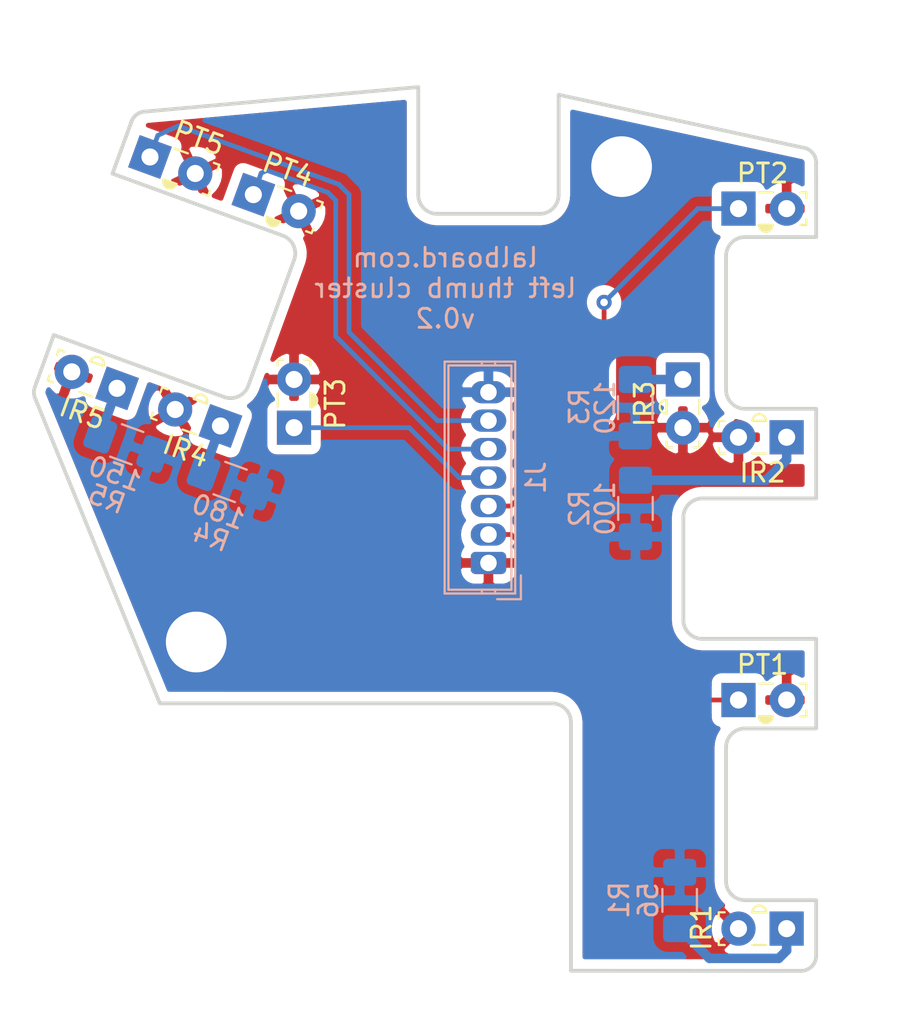
<source format=kicad_pcb>
(kicad_pcb (version 20211014) (generator pcbnew)
  (layers (0 "F.Cu" signal) (31 "B.Cu" signal) (34 "B.Paste" user) (35 "F.Paste" user) (36 "B.SilkS" user "B.Silkscreen") (37 "F.SilkS" user "F.Silkscreen") (38 "B.Mask" user) (39 "F.Mask" user) (44 "Edge.Cuts" user))
  (net 0 "")
  (net 1 "Net-(IR1-Pad1)")
  (net 2 "+5V")
  (net 3 "Net-(IR2-Pad1)")
  (net 4 "Net-(IR3-Pad1)")
  (net 5 "Net-(IR4-Pad1)")
  (net 6 "Net-(IR5-Pad1)")
  (net 7 "GND")
  (net 8 "C5")
  (net 9 "C3")
  (net 10 "C4")
  (net 11 "C2")
  (net 12 "C1")
  (footprint "lalboard:PT908-7C-F" (layer "F.Cu") (at 170.429998 68.524999)
    (fp_text reference "PT2" (at 1.27 -1.86) (layer "F.SilkS"))
    (fp_text value "PT908-7B-F")
    (fp_line (start 3.27 0.861) (end 3.58 0.861) (layer "F.SilkS") (width 0.12))
    (fp_line (start 3.27 -0.861) (end 3.58 -0.861) (layer "F.SilkS") (width 0.12))
    (fp_line (start 1.08 0.861) (end 1.8 0.861) (layer "F.SilkS") (width 0.12))
    (fp_line (start 3.58 -0.861) (end 3.58 -0.555) (layer "F.SilkS") (width 0.12))
    (fp_line (start 3.58 0.555) (end 3.58 0.861) (layer "F.SilkS") (width 0.12))
    (fp_line (start 1.08 0.861) (end 1.811 0.861) (layer "F.SilkS") (width 0.12))
    (fp_line (start 1.08 -0.861) (end 1.811 -0.861) (layer "F.SilkS") (width 0.12))
    (fp_arc (start 1.8 0.861) (mid 1.44 1.221) (end 1.08 0.861) (layer "F.SilkS") (width 0.12))
    (fp_poly (pts (xy 1.57 1.121) (xy 1.28 1.121) (xy 1.16 0.931) (xy 1.16 0.921) (xy 1.73 0.921)) (layer "F.SilkS") (width 0.1) (fill solid))
    (pad "1" thru_hole rect locked (at 0 0) (size 1.8 1.8) (drill 0.9) (layers *.Cu *.Mask) (net 11 "C2"))
    (pad "2" thru_hole circle locked (at 2.54 0 45) (size 1.8 1.8) (drill 0.9) (layers *.Cu *.Mask) (net 2 "+5V"))
  )
  (footprint "lalboard:IR908-7C-F" (layer "F.Cu") (at 172.969999 106.472918 180)
    (fp_text reference "IR1" (at 4.49165 0.058388 90) (layer "F.SilkS"))
    (fp_text value "IR908-7C-F")
    (fp_line (start 1.08 -0.861) (end 1.811 -0.861) (layer "F.SilkS") (width 0.12))
    (fp_line (start 3.27 -0.861) (end 3.58 -0.861) (layer "F.SilkS") (width 0.12))
    (fp_line (start 3.27 0.861) (end 3.58 0.861) (layer "F.SilkS") (width 0.12))
    (fp_line (start 3.58 -0.861) (end 3.58 -0.555) (layer "F.SilkS") (width 0.12))
    (fp_line (start 1.08 0.861) (end 1.811 0.861) (layer "F.SilkS") (width 0.12))
    (fp_line (start 1.08 0.861) (end 1.8 0.861) (layer "F.SilkS") (width 0.12))
    (fp_line (start 3.58 0.555) (end 3.58 0.861) (layer "F.SilkS") (width 0.12))
    (fp_arc (start 1.8 0.861) (mid 1.44 1.221) (end 1.08 0.861) (layer "F.SilkS") (width 0.12))
    (pad "1" thru_hole rect locked (at 0 0 180) (size 1.8 1.8) (drill 0.9) (layers *.Cu *.Mask) (net 1 "Net-(IR1-Pad1)"))
    (pad "2" thru_hole circle locked (at 2.54 0 180) (size 1.8 1.8) (drill 0.9) (layers *.Cu *.Mask) (net 2 "+5V"))
  )
  (footprint "lalboard:IR908-7C-F" (layer "F.Cu") (at 167.499999 77.53 -90)
    (fp_text reference "IR3" (at 1.28453 2.02165 90) (layer "F.SilkS"))
    (fp_text value "IR908-7C-F")
    (fp_line (start 1.08 0.861) (end 1.8 0.861) (layer "F.SilkS") (width 0.12))
    (fp_line (start 3.58 0.555) (end 3.58 0.861) (layer "F.SilkS") (width 0.12))
    (fp_line (start 3.27 -0.861) (end 3.58 -0.861) (layer "F.SilkS") (width 0.12))
    (fp_line (start 1.08 0.861) (end 1.811 0.861) (layer "F.SilkS") (width 0.12))
    (fp_line (start 3.27 0.861) (end 3.58 0.861) (layer "F.SilkS") (width 0.12))
    (fp_line (start 3.58 -0.861) (end 3.58 -0.555) (layer "F.SilkS") (width 0.12))
    (fp_line (start 1.08 -0.861) (end 1.811 -0.861) (layer "F.SilkS") (width 0.12))
    (fp_arc (start 1.8 0.861) (mid 1.44 1.221) (end 1.08 0.861) (layer "F.SilkS") (width 0.12))
    (pad "1" thru_hole rect locked (at 0 0 270) (size 1.8 1.8) (drill 0.9) (layers *.Cu *.Mask) (net 4 "Net-(IR3-Pad1)"))
    (pad "2" thru_hole circle locked (at 2.54 0 315) (size 1.8 1.8) (drill 0.9) (layers *.Cu *.Mask) (net 2 "+5V"))
  )
  (footprint "lalboard:IR908-7C-F" (layer "F.Cu") (at 172.969999 80.574999 180)
    (fp_text reference "IR2" (at 1.27 -1.86) (layer "F.SilkS"))
    (fp_text value "IR908-7C-F")
    (fp_line (start 1.08 0.861) (end 1.811 0.861) (layer "F.SilkS") (width 0.12))
    (fp_line (start 3.27 -0.861) (end 3.58 -0.861) (layer "F.SilkS") (width 0.12))
    (fp_line (start 1.08 -0.861) (end 1.811 -0.861) (layer "F.SilkS") (width 0.12))
    (fp_line (start 1.08 0.861) (end 1.8 0.861) (layer "F.SilkS") (width 0.12))
    (fp_line (start 3.58 0.555) (end 3.58 0.861) (layer "F.SilkS") (width 0.12))
    (fp_line (start 3.58 -0.861) (end 3.58 -0.555) (layer "F.SilkS") (width 0.12))
    (fp_line (start 3.27 0.861) (end 3.58 0.861) (layer "F.SilkS") (width 0.12))
    (fp_arc (start 1.8 0.861) (mid 1.44 1.221) (end 1.08 0.861) (layer "F.SilkS") (width 0.12))
    (pad "1" thru_hole rect locked (at 0 0 180) (size 1.8 1.8) (drill 0.9) (layers *.Cu *.Mask) (net 3 "Net-(IR2-Pad1)"))
    (pad "2" thru_hole circle locked (at 2.54 0 225) (size 1.8 1.8) (drill 0.9) (layers *.Cu *.Mask) (net 2 "+5V"))
  )
  (footprint "MountingHole:MountingHole_3.2mm_M3_Pad" (layer "F.Cu") (at 164.268872 66.312121 180)
    (fp_text reference "H2" hide)
    (fp_text value "MountingHole_Pad")
    (pad "1" thru_hole circle locked (at 0 0 180) (size 4.5 4.5) (drill 3.2) (layers *.Cu *.Mask) (net 7 "GND"))
  )
  (footprint "lalboard:PT908-7C-F" (layer "F.Cu") (at 170.429999 94.422918)
    (fp_text reference "PT1" (at 1.27 -1.86) (layer "F.SilkS"))
    (fp_text value "PT908-7B-F")
    (fp_line (start 1.08 0.861) (end 1.811 0.861) (layer "F.SilkS") (width 0.12))
    (fp_line (start 3.27 0.861) (end 3.58 0.861) (layer "F.SilkS") (width 0.12))
    (fp_line (start 1.08 -0.861) (end 1.811 -0.861) (layer "F.SilkS") (width 0.12))
    (fp_line (start 3.58 0.555) (end 3.58 0.861) (layer "F.SilkS") (width 0.12))
    (fp_line (start 1.08 0.861) (end 1.8 0.861) (layer "F.SilkS") (width 0.12))
    (fp_line (start 3.58 -0.861) (end 3.58 -0.555) (layer "F.SilkS") (width 0.12))
    (fp_line (start 3.27 -0.861) (end 3.58 -0.861) (layer "F.SilkS") (width 0.12))
    (fp_arc (start 1.8 0.861) (mid 1.44 1.221) (end 1.08 0.861) (layer "F.SilkS") (width 0.12))
    (fp_poly (pts (xy 1.57 1.121) (xy 1.28 1.121) (xy 1.16 0.931) (xy 1.16 0.921) (xy 1.73 0.921)) (layer "F.SilkS") (width 0.1) (fill solid))
    (pad "1" thru_hole rect locked (at 0 0) (size 1.8 1.8) (drill 0.9) (layers *.Cu *.Mask) (net 12 "C1"))
    (pad "2" thru_hole circle locked (at 2.54 0 45) (size 1.8 1.8) (drill 0.9) (layers *.Cu *.Mask) (net 2 "+5V"))
  )
  (footprint "lalboard:IR908-7C-F" (layer "F.Cu") (at 137.671304 77.995929 160)
    (fp_text reference "IR5" (at 1.27 -1.86 160) (layer "F.SilkS"))
    (fp_text value "IR908-7C-F")
    (fp_line (start 3.58 -0.861) (end 3.58 -0.555) (layer "F.SilkS") (width 0.12))
    (fp_line (start 3.27 -0.861) (end 3.58 -0.861) (layer "F.SilkS") (width 0.12))
    (fp_line (start 3.58 0.555) (end 3.58 0.861) (layer "F.SilkS") (width 0.12))
    (fp_line (start 1.08 -0.861) (end 1.811 -0.861) (layer "F.SilkS") (width 0.12))
    (fp_line (start 1.08 0.861) (end 1.8 0.861) (layer "F.SilkS") (width 0.12))
    (fp_line (start 3.27 0.861) (end 3.58 0.861) (layer "F.SilkS") (width 0.12))
    (fp_line (start 1.08 0.861) (end 1.811 0.861) (layer "F.SilkS") (width 0.12))
    (fp_arc (start 1.8 0.861) (mid 1.44 1.221) (end 1.08 0.861) (layer "F.SilkS") (width 0.12))
    (pad "1" thru_hole rect locked (at 0 0 160) (size 1.8 1.8) (drill 0.9) (layers *.Cu *.Mask) (net 6 "Net-(IR5-Pad1)"))
    (pad "2" thru_hole circle locked (at 2.54 0 205) (size 1.8 1.8) (drill 0.9) (layers *.Cu *.Mask) (net 2 "+5V"))
  )
  (footprint "lalboard:PT908-7C-F" (layer "F.Cu") (at 139.405827 65.8039 -20)
    (fp_text reference "PT5" (at 2.078995 -1.809558 160) (layer "F.SilkS"))
    (fp_text value "PT908-7B-F")
    (fp_line (start 1.08 -0.861) (end 1.811 -0.861) (layer "F.SilkS") (width 0.12))
    (fp_line (start 1.08 0.861) (end 1.8 0.861) (layer "F.SilkS") (width 0.12))
    (fp_line (start 3.27 -0.861) (end 3.58 -0.861) (layer "F.SilkS") (width 0.12))
    (fp_line (start 1.08 0.861) (end 1.811 0.861) (layer "F.SilkS") (width 0.12))
    (fp_line (start 3.27 0.861) (end 3.58 0.861) (layer "F.SilkS") (width 0.12))
    (fp_line (start 3.58 -0.861) (end 3.58 -0.555) (layer "F.SilkS") (width 0.12))
    (fp_line (start 3.58 0.555) (end 3.58 0.861) (layer "F.SilkS") (width 0.12))
    (fp_arc (start 1.8 0.861) (mid 1.44 1.221) (end 1.08 0.861) (layer "F.SilkS") (width 0.12))
    (fp_poly (pts (xy 1.57 1.121) (xy 1.28 1.121) (xy 1.16 0.931) (xy 1.16 0.921) (xy 1.73 0.921)) (layer "F.SilkS") (width 0.1) (fill solid))
    (pad "1" thru_hole rect locked (at 0 0 340) (size 1.8 1.8) (drill 0.9) (layers *.Cu *.Mask) (net 8 "C5"))
    (pad "2" thru_hole circle locked (at 2.54 0 340) (size 1.8 1.8) (drill 0.9) (layers *.Cu *.Mask) (net 2 "+5V"))
  )
  (footprint "lalboard:PT908-7C-F" (layer "F.Cu") (at 144.856046 67.787618 -20)
    (fp_text reference "PT4" (at 1.27 -1.86 160) (layer "F.SilkS"))
    (fp_text value "PT908-7B-F")
    (fp_line (start 3.27 -0.861) (end 3.58 -0.861) (layer "F.SilkS") (width 0.12))
    (fp_line (start 1.08 -0.861) (end 1.811 -0.861) (layer "F.SilkS") (width 0.12))
    (fp_line (start 1.08 0.861) (end 1.811 0.861) (layer "F.SilkS") (width 0.12))
    (fp_line (start 3.58 0.555) (end 3.58 0.861) (layer "F.SilkS") (width 0.12))
    (fp_line (start 1.08 0.861) (end 1.8 0.861) (layer "F.SilkS") (width 0.12))
    (fp_line (start 3.27 0.861) (end 3.58 0.861) (layer "F.SilkS") (width 0.12))
    (fp_line (start 3.58 -0.861) (end 3.58 -0.555) (layer "F.SilkS") (width 0.12))
    (fp_arc (start 1.8 0.861) (mid 1.44 1.221) (end 1.08 0.861) (layer "F.SilkS") (width 0.12))
    (fp_poly (pts (xy 1.57 1.121) (xy 1.28 1.121) (xy 1.16 0.931) (xy 1.16 0.921) (xy 1.73 0.921)) (layer "F.SilkS") (width 0.1) (fill solid))
    (pad "1" thru_hole rect locked (at 0 0 340) (size 1.8 1.8) (drill 0.9) (layers *.Cu *.Mask) (net 10 "C4"))
    (pad "2" thru_hole circle locked (at 2.54 0 340) (size 1.8 1.8) (drill 0.9) (layers *.Cu *.Mask) (net 2 "+5V"))
  )
  (footprint "MountingHole:MountingHole_3.2mm_M3_Pad" (layer "F.Cu") (at 141.845155 91.366078)
    (fp_text reference "H1" hide)
    (fp_text value "MountingHole_Pad")
    (pad "1" thru_hole circle locked (at 0 0) (size 4.5 4.5) (drill 3.2) (layers *.Cu *.Mask) (net 7 "GND"))
  )
  (footprint "lalboard:IR908-7C-F" (layer "F.Cu") (at 143.121521 79.979644 160)
    (fp_text reference "IR4" (at 1.27 -1.86 160) (layer "F.SilkS"))
    (fp_text value "IR908-7C-F")
    (fp_line (start 1.08 0.861) (end 1.811 0.861) (layer "F.SilkS") (width 0.12))
    (fp_line (start 3.58 -0.861) (end 3.58 -0.555) (layer "F.SilkS") (width 0.12))
    (fp_line (start 3.27 0.861) (end 3.58 0.861) (layer "F.SilkS") (width 0.12))
    (fp_line (start 3.27 -0.861) (end 3.58 -0.861) (layer "F.SilkS") (width 0.12))
    (fp_line (start 3.58 0.555) (end 3.58 0.861) (layer "F.SilkS") (width 0.12))
    (fp_line (start 1.08 0.861) (end 1.8 0.861) (layer "F.SilkS") (width 0.12))
    (fp_line (start 1.08 -0.861) (end 1.811 -0.861) (layer "F.SilkS") (width 0.12))
    (fp_arc (start 1.8 0.861) (mid 1.44 1.221) (end 1.08 0.861) (layer "F.SilkS") (width 0.12))
    (pad "1" thru_hole rect locked (at 0 0 160) (size 1.8 1.8) (drill 0.9) (layers *.Cu *.Mask) (net 5 "Net-(IR4-Pad1)"))
    (pad "2" thru_hole circle locked (at 2.54 0 165) (size 1.8 1.8) (drill 0.9) (layers *.Cu *.Mask) (net 2 "+5V"))
  )
  (footprint "lalboard:PT908-7C-F" (layer "F.Cu") (at 147 80.07 90)
    (fp_text reference "PT3" (at 1.25547 2.178349 90) (layer "F.SilkS"))
    (fp_text value "PT908-7B-F")
    (fp_line (start 1.08 0.861) (end 1.811 0.861) (layer "F.SilkS") (width 0.12))
    (fp_line (start 1.08 -0.861) (end 1.811 -0.861) (layer "F.SilkS") (width 0.12))
    (fp_line (start 3.27 0.861) (end 3.58 0.861) (layer "F.SilkS") (width 0.12))
    (fp_line (start 3.58 0.555) (end 3.58 0.861) (layer "F.SilkS") (width 0.12))
    (fp_line (start 3.27 -0.861) (end 3.58 -0.861) (layer "F.SilkS") (width 0.12))
    (fp_line (start 3.58 -0.861) (end 3.58 -0.555) (layer "F.SilkS") (width 0.12))
    (fp_line (start 1.08 0.861) (end 1.8 0.861) (layer "F.SilkS") (width 0.12))
    (fp_arc (start 1.8 0.861) (mid 1.44 1.221) (end 1.08 0.861) (layer "F.SilkS") (width 0.12))
    (fp_poly (pts (xy 1.57 1.121) (xy 1.28 1.121) (xy 1.16 0.931) (xy 1.16 0.921) (xy 1.73 0.921)) (layer "F.SilkS") (width 0.1) (fill solid))
    (pad "1" thru_hole rect locked (at 0 0 90) (size 1.8 1.8) (drill 0.9) (layers *.Cu *.Mask) (net 9 "C3"))
    (pad "2" thru_hole circle locked (at 2.54 0 135) (size 1.8 1.8) (drill 0.9) (layers *.Cu *.Mask) (net 2 "+5V"))
  )
  (footprint "lalboard:JST_ZH_B7B-ZR_1x07_P1.50mm_Vertical" (layer "B.Cu") (at 157.25 87.2 90)
    (fp_text reference "J1" (at 4.5 2.5 90) (layer "B.SilkS") (effects (justify mirror)))
    (fp_text value "Conn_01x07")
    (fp_line (start -1.41 1.21) (end 10.41 1.21) (layer "B.SilkS") (width 0.12))
    (fp_line (start -1.61 1.41) (end -1.61 -2.31) (layer "B.SilkS") (width 0.12))
    (fp_line (start -1.41 -2.11) (end 10.41 -2.11) (layer "B.SilkS") (width 0.12))
    (fp_line (start 10.61 -2.31) (end 10.61 1.41) (layer "B.SilkS") (width 0.12))
    (fp_line (start -1.91 1.71) (end -1.91 0.46) (layer "B.SilkS") (width 0.12))
    (fp_line (start 10.41 -2.11) (end 10.41 -0.35) (layer "B.SilkS") (width 0.12))
    (fp_line (start 10.61 1.41) (end -1.61 1.41) (layer "B.SilkS") (width 0.12))
    (fp_line (start -1.61 -2.31) (end 10.61 -2.31) (layer "B.SilkS") (width 0.12))
    (fp_line (start 10.41 0.35) (end 10.61 0.35) (layer "B.SilkS") (width 0.12))
    (fp_line (start -1.41 0.35) (end -1.41 1.21) (layer "B.SilkS") (width 0.12))
    (fp_line (start 10.41 1.21) (end 10.41 0.35) (layer "B.SilkS") (width 0.12))
    (fp_line (start 10.41 0.35) (end 10.41 -0.35) (layer "B.SilkS") (width 0.12))
    (fp_line (start -1.41 -0.35) (end -1.61 -0.35) (layer "B.SilkS") (width 0.12))
    (fp_line (start -1.61 0.35) (end -1.41 0.35) (layer "B.SilkS") (width 0.12))
    (fp_line (start -1.41 -0.35) (end -1.41 -2.11) (layer "B.SilkS") (width 0.12))
    (fp_line (start 10.41 -0.35) (end 10.61 -0.35) (layer "B.SilkS") (width 0.12))
    (fp_line (start -0.66 1.71) (end -1.91 1.71) (layer "B.SilkS") (width 0.12))
    (fp_line (start -1.41 0.35) (end -1.41 -0.35) (layer "B.SilkS") (width 0.12))
    (pad "1" thru_hole roundrect locked (at 0 0 90) (size 1.17 1.87) (drill 0.87) (layers *.Cu *.Mask) (roundrect_rratio 0.2136752137) (net 2 "+5V"))
    (pad "2" thru_hole oval locked (at 1.5 0 90) (size 1.17 1.87) (drill 0.87) (layers *.Cu *.Mask) (net 12 "C1"))
    (pad "3" thru_hole oval locked (at 3 0 90) (size 1.17 1.87) (drill 0.87) (layers *.Cu *.Mask) (net 11 "C2"))
    (pad "4" thru_hole oval locked (at 4.5 0 90) (size 1.17 1.87) (drill 0.87) (layers *.Cu *.Mask) (net 9 "C3"))
    (pad "5" thru_hole oval locked (at 6 0 90) (size 1.17 1.87) (drill 0.87) (layers *.Cu *.Mask) (net 10 "C4"))
    (pad "6" thru_hole oval locked (at 7.5 0 90) (size 1.17 1.87) (drill 0.87) (layers *.Cu *.Mask) (net 8 "C5"))
    (pad "7" thru_hole oval locked (at 9 0 90) (size 1.17 1.87) (drill 0.87) (layers *.Cu *.Mask) (net 7 "GND"))
  )
  (footprint "Resistor_SMD:R_1206_3216Metric_Pad1.42x1.75mm_HandSolder" (layer "B.Cu") (at 164.988979 79.0175 90)
    (fp_text reference "R3" (at 0.051421 -2.943825 90) (layer "B.SilkS") (effects (justify mirror)))
    (fp_text value "120" (at 0 -1.588979 90) (layer "B.SilkS") (effects (justify mirror)))
    (fp_line (start -0.602064 -0.91) (end 0.602064 -0.91) (layer "B.SilkS") (width 0.12))
    (fp_line (start -0.602064 0.91) (end 0.602064 0.91) (layer "B.SilkS") (width 0.12))
    (pad "1" smd roundrect locked (at -1.4875 0 90) (size 1.425 1.75) (layers "B.Cu" "B.Paste" "B.Mask") (roundrect_rratio 0.1754392982) (net 7 "GND"))
    (pad "2" smd roundrect locked (at 1.4875 0 90) (size 1.425 1.75) (layers "B.Cu" "B.Paste" "B.Mask") (roundrect_rratio 0.1754392982) (net 4 "Net-(IR3-Pad1)"))
  )
  (footprint "Resistor_SMD:R_1206_3216Metric_Pad1.42x1.75mm_HandSolder" (layer "B.Cu") (at 164.999999 84.327098 90)
    (fp_text reference "R2" (at 0 -2.954845 90) (layer "B.SilkS") (effects (justify mirror)))
    (fp_text value "100" (at 0 -1.599999 90) (layer "B.SilkS") (effects (justify mirror)))
    (fp_line (start -0.602064 0.91) (end 0.602064 0.91) (layer "B.SilkS") (width 0.12))
    (fp_line (start -0.602064 -0.91) (end 0.602064 -0.91) (layer "B.SilkS") (width 0.12))
    (pad "1" smd roundrect locked (at -1.4875 0 90) (size 1.425 1.75) (layers "B.Cu" "B.Paste" "B.Mask") (roundrect_rratio 0.1754392982) (net 7 "GND"))
    (pad "2" smd roundrect locked (at 1.4875 0 90) (size 1.425 1.75) (layers "B.Cu" "B.Paste" "B.Mask") (roundrect_rratio 0.1754392982) (net 3 "Net-(IR2-Pad1)"))
  )
  (footprint "Resistor_SMD:R_1206_3216Metric_Pad1.42x1.75mm_HandSolder" (layer "B.Cu") (at 138.179844 80.947884 160)
    (fp_text reference "R5" (at 0 -3.068796 160) (layer "B.SilkS") (effects (justify mirror)))
    (fp_text value "150" (at 0.054082 -1.671412 160) (layer "B.SilkS") (effects (justify mirror)))
    (fp_line (start -0.602064 -0.91) (end 0.602064 -0.91) (layer "B.SilkS") (width 0.12))
    (fp_line (start -0.602064 0.91) (end 0.602064 0.91) (layer "B.SilkS") (width 0.12))
    (pad "1" smd roundrect locked (at -1.4875 0 160) (size 1.425 1.75) (layers "B.Cu" "B.Paste" "B.Mask") (roundrect_rratio 0.1754392982) (net 7 "GND"))
    (pad "2" smd roundrect locked (at 1.4875 0 160) (size 1.425 1.75) (layers "B.Cu" "B.Paste" "B.Mask") (roundrect_rratio 0.1754392982) (net 6 "Net-(IR5-Pad1)"))
  )
  (footprint "Resistor_SMD:R_1206_3216Metric_Pad1.42x1.75mm_HandSolder" (layer "B.Cu") (at 167.33 104.985417 -90)
    (fp_text reference "R1" (at -0.019339 3.184845 90) (layer "B.SilkS") (effects (justify mirror)))
    (fp_text value "56" (at 0 1.651651 90) (layer "B.SilkS") (effects (justify mirror)))
    (fp_line (start -0.602064 -0.91) (end 0.602064 -0.91) (layer "B.SilkS") (width 0.12))
    (fp_line (start -0.602064 0.91) (end 0.602064 0.91) (layer "B.SilkS") (width 0.12))
    (pad "1" smd roundrect locked (at -1.4875 0 270) (size 1.425 1.75) (layers "B.Cu" "B.Paste" "B.Mask") (roundrect_rratio 0.1754392982) (net 7 "GND"))
    (pad "2" smd roundrect locked (at 1.4875 0 270) (size 1.425 1.75) (layers "B.Cu" "B.Paste" "B.Mask") (roundrect_rratio 0.1754392982) (net 1 "Net-(IR1-Pad1)"))
  )
  (footprint "Resistor_SMD:R_1206_3216Metric_Pad1.42x1.75mm_HandSolder" (layer "B.Cu") (at 143.630063 82.9316 160)
    (fp_text reference "R4" (at -0.039434 -3.068797 160) (layer "B.SilkS") (effects (justify mirror)))
    (fp_text value "180" (at 0.048513 -1.686714 160) (layer "B.SilkS") (effects (justify mirror)))
    (fp_line (start -0.602064 0.91) (end 0.602064 0.91) (layer "B.SilkS") (width 0.12))
    (fp_line (start -0.602064 -0.91) (end 0.602064 -0.91) (layer "B.SilkS") (width 0.12))
    (pad "1" smd roundrect locked (at -1.4875 0 160) (size 1.425 1.75) (layers "B.Cu" "B.Paste" "B.Mask") (roundrect_rratio 0.1754392982) (net 7 "GND"))
    (pad "2" smd roundrect locked (at 1.4875 0 160) (size 1.425 1.75) (layers "B.Cu" "B.Paste" "B.Mask") (roundrect_rratio 0.1754392982) (net 5 "Net-(IR4-Pad1)"))
  )
  (gr_arc (start 170.774999 104.972916) (mid 170.067894 104.680023) (end 169.775001 103.972918) (layer "Edge.Cuts") (width 0.2))
  (gr_line (start 174.524999 104.972918) (end 170.775 104.972919) (layer "Edge.Cuts") (width 0.2))
  (gr_line (start 174.525 107.897918) (end 174.524999 104.972918) (layer "Edge.Cuts") (width 0.2))
  (gr_arc (start 174.525001 107.897919) (mid 174.290647 108.463642) (end 173.724892 108.697918) (layer "Edge.Cuts") (width 0.2))
  (gr_arc (start 133.364529 78.550251) (mid 133.288502 78.245204) (end 133.335884 77.934417) (layer "Edge.Cuts") (width 0.2))
  (gr_line (start 134.336293 75.185816) (end 133.335884 77.934417) (layer "Edge.Cuts") (width 0.2))
  (gr_line (start 143.310357 78.452109) (end 134.336293 75.185816) (layer "Edge.Cuts") (width 0.2))
  (gr_arc (start 144.592072 77.854436) (mid 144.074997 78.418724) (end 143.310357 78.452109) (layer "Edge.Cuts") (width 0.2))
  (gr_line (start 174.524999 79.074999) (end 170.775 79.074998) (layer "Edge.Cuts") (width 0.2))
  (gr_arc (start 173.78744 65.30244) (mid 174.337484 65.585353) (end 174.521388 66.175918) (layer "Edge.Cuts") (width 0.2))
  (gr_line (start 174.524999 67.10039) (end 174.521388 66.175918) (layer "Edge.Cuts") (width 0.2))
  (gr_line (start 174.525001 70.024999) (end 174.524999 67.10039) (layer "Edge.Cuts") (width 0.2))
  (gr_line (start 170.774999 70.024999) (end 174.525001 70.024999) (layer "Edge.Cuts") (width 0.2))
  (gr_line (start 168.525 83.798959) (end 174.524999 83.798959) (layer "Edge.Cuts") (width 0.2))
  (gr_arc (start 170.774998 79.074998) (mid 170.067892 78.782105) (end 169.774999 78.074999) (layer "Edge.Cuts") (width 0.2))
  (gr_arc (start 138.431984 63.932996) (mid 138.726759 63.549978) (end 139.188327 63.406626) (layer "Edge.Cuts") (width 0.2))
  (gr_line (start 153.549999 62.118895) (end 139.188327 63.406626) (layer "Edge.Cuts") (width 0.2))
  (gr_line (start 153.549999 67.799999) (end 153.549999 62.118895) (layer "Edge.Cuts") (width 0.2))
  (gr_arc (start 154.55 68.8) (mid 153.842893 68.507106) (end 153.549999 67.799999) (layer "Edge.Cuts") (width 0.2))
  (gr_line (start 161.599999 108.693369) (end 173.724892 108.697918) (layer "Edge.Cuts") (width 0.2))
  (gr_line (start 161.6 95.6) (end 161.599999 108.693369) (layer "Edge.Cuts") (width 0.2))
  (gr_arc (start 160.599999 94.599999) (mid 161.307106 94.892893) (end 161.6 95.6) (layer "Edge.Cuts") (width 0.2))
  (gr_line (start 139.926263 94.6) (end 160.599999 94.6) (layer "Edge.Cuts") (width 0.2))
  (gr_line (start 133.364529 78.550252) (end 139.926263 94.6) (layer "Edge.Cuts") (width 0.2))
  (gr_arc (start 169.774999 71.025001) (mid 170.067892 70.317893) (end 170.774999 70.024999) (layer "Edge.Cuts") (width 0.2))
  (gr_line (start 169.774999 78.074999) (end 169.774999 71.024999) (layer "Edge.Cuts") (width 0.2))
  (gr_arc (start 167.525 84.798959) (mid 167.817893 84.091852) (end 168.525 83.798959) (layer "Edge.Cuts") (width 0.2))
  (gr_line (start 167.524999 90.198959) (end 167.524999 84.798959) (layer "Edge.Cuts") (width 0.2))
  (gr_line (start 174.524999 83.798959) (end 174.524999 79.074999) (layer "Edge.Cuts") (width 0.2))
  (gr_line (start 174.525 95.922918) (end 174.524999 91.198958) (layer "Edge.Cuts") (width 0.2))
  (gr_line (start 170.774999 95.922918) (end 174.525 95.922918) (layer "Edge.Cuts") (width 0.2))
  (gr_arc (start 169.774999 96.922918) (mid 170.067892 96.215811) (end 170.774999 95.922918) (layer "Edge.Cuts") (width 0.2))
  (gr_line (start 169.775001 103.972918) (end 169.775001 96.922918) (layer "Edge.Cuts") (width 0.2))
  (gr_line (start 159.95 68.799998) (end 154.549999 68.8) (layer "Edge.Cuts") (width 0.2))
  (gr_arc (start 160.949997 67.799999) (mid 160.657105 68.507105) (end 159.95 68.799998) (layer "Edge.Cuts") (width 0.2))
  (gr_line (start 160.949999 62.524504) (end 160.949999 67.8) (layer "Edge.Cuts") (width 0.2))
  (gr_line (start 173.78744 65.302441) (end 160.949999 62.524504) (layer "Edge.Cuts") (width 0.2))
  (gr_line (start 147.003312 71.229603) (end 144.59207 77.854436) (layer "Edge.Cuts") (width 0.2))
  (gr_arc (start 146.405641 69.947892) (mid 146.969928 70.464966) (end 147.003312 71.229603) (layer "Edge.Cuts") (width 0.2))
  (gr_line (start 137.431575 66.681598) (end 146.405641 69.94789) (layer "Edge.Cuts") (width 0.2))
  (gr_line (start 138.431984 63.932997) (end 137.431575 66.681598) (layer "Edge.Cuts") (width 0.2))
  (gr_arc (start 168.524998 91.19896) (mid 167.817892 90.906066) (end 167.524999 90.198959) (layer "Edge.Cuts") (width 0.2))
  (gr_line (start 174.524999 91.198958) (end 168.524999 91.198959) (layer "Edge.Cuts") (width 0.2))
  (gr_text "lalboard.com\nleft thumb cluster\nv0.2" (at 154.978348 72.71453) (layer "B.SilkS") (effects (font (size 1 1)) (justify mirror)))
  (segment (start 168.896679 108.039597) (end 167.33 106.472918) (width 0.5) (layer "B.Cu") (net 1))
  (segment (start 172.969999 107.622918) (end 172.553319 108.039598) (width 0.5) (layer "B.Cu") (net 1))
  (segment (start 172.553319 108.039598) (end 168.896679 108.039597) (width 0.5) (layer "B.Cu") (net 1))
  (segment (start 172.969999 106.472918) (end 172.969999 107.622918) (width 0.5) (layer "B.Cu") (net 1))
  (segment (start 172.97 81.758578) (end 171.888979 82.839598) (width 0.5) (layer "B.Cu") (net 3))
  (segment (start 171.888979 82.839598) (end 164.999999 82.839597) (width 0.5) (layer "B.Cu") (net 3))
  (segment (start 172.969999 80.574999) (end 172.97 81.758578) (width 0.5) (layer "B.Cu") (net 3))
  (segment (start 164.988979 77.529999) (end 167.499999 77.53) (width 0.5) (layer "B.Cu") (net 4))
  (segment (start 142.23227 82.422845) (end 143.121521 79.979644) (width 0.5) (layer "B.Cu") (net 5))
  (segment (start 136.782051 80.439129) (end 137.671305 77.995928) (width 0.5) (layer "B.Cu") (net 6))
  (segment (start 158.011235 79.7) (end 157.25 79.7) (width 0.25) (layer "F.Cu") (net 8))
  (segment (start 157.25 79.7) (end 154.564999 79.7) (width 0.25) (layer "B.Cu") (net 8))
  (segment (start 140.89631 64.164828) (end 149.363898 67.246778) (width 0.25) (layer "B.Cu") (net 8))
  (segment (start 149.9 67.78288) (end 149.363898 67.246778) (width 0.25) (layer "B.Cu") (net 8))
  (segment (start 149.9 75.035001) (end 149.9 67.78288) (width 0.25) (layer "B.Cu") (net 8))
  (segment (start 154.564999 79.7) (end 149.9 75.035001) (width 0.25) (layer "B.Cu") (net 8))
  (segment (start 139.405827 65.8039) (end 139.819671 64.666874) (width 0.25) (layer "B.Cu") (net 8))
  (segment (start 139.819671 64.666874) (end 140.89631 64.164828) (width 0.25) (layer "B.Cu") (net 8))
  (segment (start 149.363898 67.246778) (end 149.3639 67.246777) (width 0.25) (layer "B.Cu") (net 8))
  (segment (start 155.7 82.7) (end 157.25 82.7) (width 0.25) (layer "B.Cu") (net 9))
  (segment (start 153.07 80.07) (end 155.7 82.7) (width 0.25) (layer "B.Cu") (net 9))
  (segment (start 147 80.07) (end 153.07 80.07) (width 0.25) (layer "B.Cu") (net 9))
  (segment (start 157.25 81.2) (end 155.14 81.2) (width 0.25) (layer "B.Cu") (net 10))
  (segment (start 148.782811 67.673786) (end 145.5775 66.507148) (width 0.25) (layer "B.Cu") (net 10))
  (segment (start 149.2 68.090975) (end 148.782811 67.673786) (width 0.25) (layer "B.Cu") (net 10))
  (segment (start 145.26989 66.650588) (end 144.856047 67.787617) (width 0.25) (layer "B.Cu") (net 10))
  (segment (start 155.14 81.2) (end 149.2 75.26) (width 0.25) (layer "B.Cu") (net 10))
  (segment (start 149.2 75.26) (end 149.2 68.090975) (width 0.25) (layer "B.Cu") (net 10))
  (segment (start 145.5775 66.507148) (end 145.26989 66.650588) (width 0.25) (layer "B.Cu") (net 10))
  (segment (start 158.435 84.2) (end 157.25 84.2) (width 0.25) (layer "F.Cu") (net 11))
  (segment (start 163.345154 73.466079) (end 163.345155 74.031765) (width 0.25) (layer "F.Cu") (net 11))
  (segment (start 163.345155 74.031765) (end 163.345155 79.289845) (width 0.25) (layer "F.Cu") (net 11))
  (segment (start 163.345155 79.289845) (end 158.435 84.2) (width 0.25) (layer "F.Cu") (net 11))
  (via (at 163.345154 73.466079) (size 0.8) (drill 0.4) (layers "F.Cu" "B.Cu") (net 11))
  (segment (start 168.286234 68.524999) (end 163.345154 73.466079) (width 0.25) (layer "B.Cu") (net 11))
  (segment (start 163.345154 73.466079) (end 163.345154 73.466079) (width 0.25) (layer "B.Cu") (net 11))
  (segment (start 170.429998 68.524999) (end 168.286234 68.524999) (width 0.25) (layer "B.Cu") (net 11))
  (segment (start 158.45 85.7) (end 167.172917 94.422918) (width 0.25) (layer "F.Cu") (net 12))
  (segment (start 167.172917 94.422918) (end 170.429999 94.422918) (width 0.25) (layer "F.Cu") (net 12))
  (segment (start 157.249999 85.699999) (end 158.45 85.7) (width 0.25) (layer "F.Cu") (net 12))
  (segment (start 157.67 85.7) (end 157.249999 85.699999) (width 0.25) (layer "B.Cu") (net 12))
  (zone (net 2) (net_name "+5V") (layer "F.Cu") (connect_pads (clearance 0.508)) (min_thickness 0.254) (fill yes (thermal_gap 0.508) (thermal_bridge_width 0.508))
    (polygon (pts (xy 177.5 111.53) (xy 131.499999 111.53) (xy 131.499999 57.53) (xy 177.500001 57.53)))
  )
  (zone (net 7) (net_name "GND") (layer "B.Cu") (connect_pads (clearance 0.508)) (min_thickness 0.254) (fill yes (thermal_gap 0.508) (thermal_bridge_width 0.508))
    (polygon (pts (xy 177.5 111.53) (xy 131.499999 111.53) (xy 131.499999 57.53) (xy 177.500001 57.53)))
  )
)
</source>
